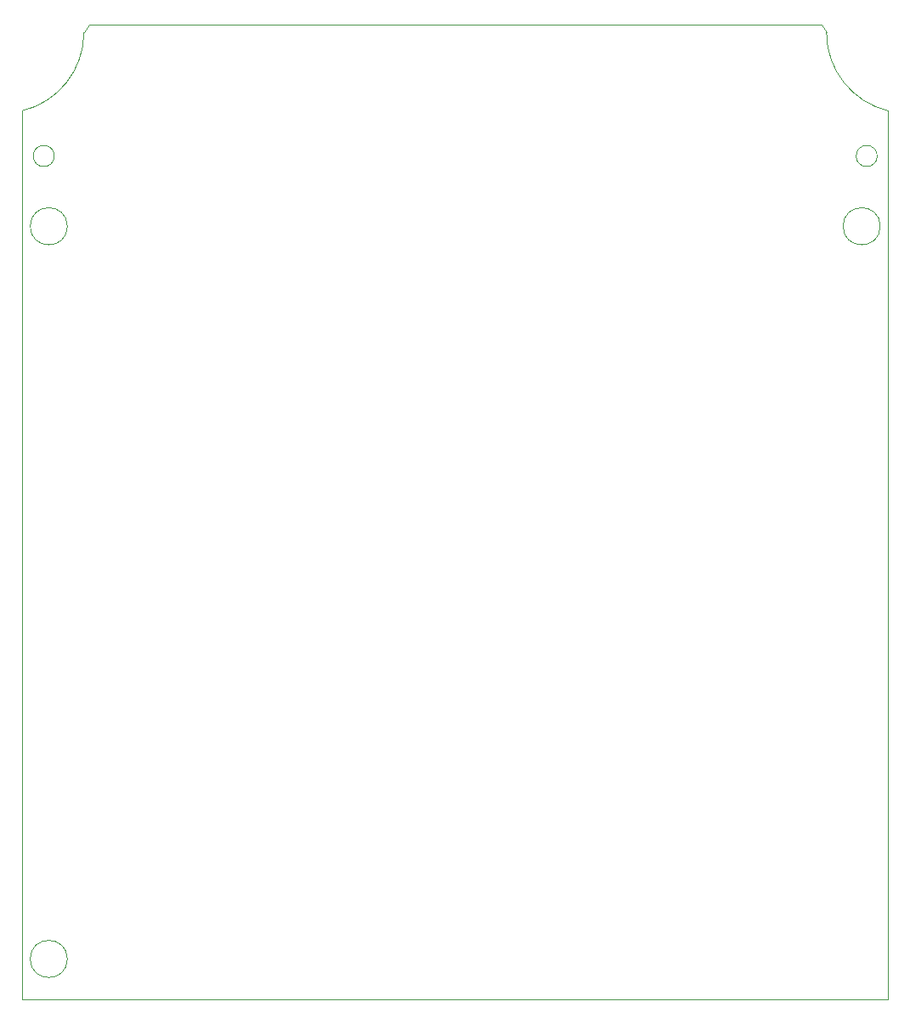
<source format=gko>
G75*
G70*
%OFA0B0*%
%FSLAX25Y25*%
%IPPOS*%
%LPD*%
%AMOC8*
5,1,8,0,0,1.08239X$1,22.5*
%
%ADD35C,0.00394*%
X0000000Y0000000D02*
%LPD*%
G01*
D35*
X0315551Y0379134D02*
X0313583Y0382283D01*
X0017717Y0015748D02*
G75*
G02*
X0003150Y0015748I-007283J0000000D01*
G01*
X0003150Y0015748D02*
G75*
G02*
X0017717Y0015748I0007283J0000000D01*
G01*
X0012598Y0330709D02*
G75*
G02*
X0004331Y0330709I-004134J0000000D01*
G01*
X0004331Y0330709D02*
G75*
G02*
X0012598Y0330709I0004134J0000000D01*
G01*
X0339764Y0348425D02*
G75*
G02*
X0315551Y0379134I0007367J0030708D01*
G01*
X0017717Y0303150D02*
G75*
G02*
X0003150Y0303150I-007283J0000000D01*
G01*
X0003150Y0303150D02*
G75*
G02*
X0017717Y0303150I0007283J0000000D01*
G01*
X0313583Y0382283D02*
X0026181Y0382283D01*
X0336614Y0303150D02*
G75*
G02*
X0322047Y0303150I-007283J0000000D01*
G01*
X0322047Y0303150D02*
G75*
G02*
X0336614Y0303150I0007283J0000000D01*
G01*
X0026181Y0382283D02*
X0024213Y0379134D01*
X0339764Y0000000D02*
X0339764Y0348425D01*
X0000000Y0000000D02*
X0000000Y0348425D01*
X0339764Y0000000D02*
X0000000Y0000000D01*
X0335433Y0330709D02*
G75*
G02*
X0327165Y0330709I-004134J0000000D01*
G01*
X0327165Y0330709D02*
G75*
G02*
X0335433Y0330709I0004134J0000000D01*
G01*
X0024213Y0379134D02*
G75*
G02*
X0000000Y0348425I-031580J0000000D01*
G01*
X0241634Y0045768D02*
G01*
G75*
M02*

</source>
